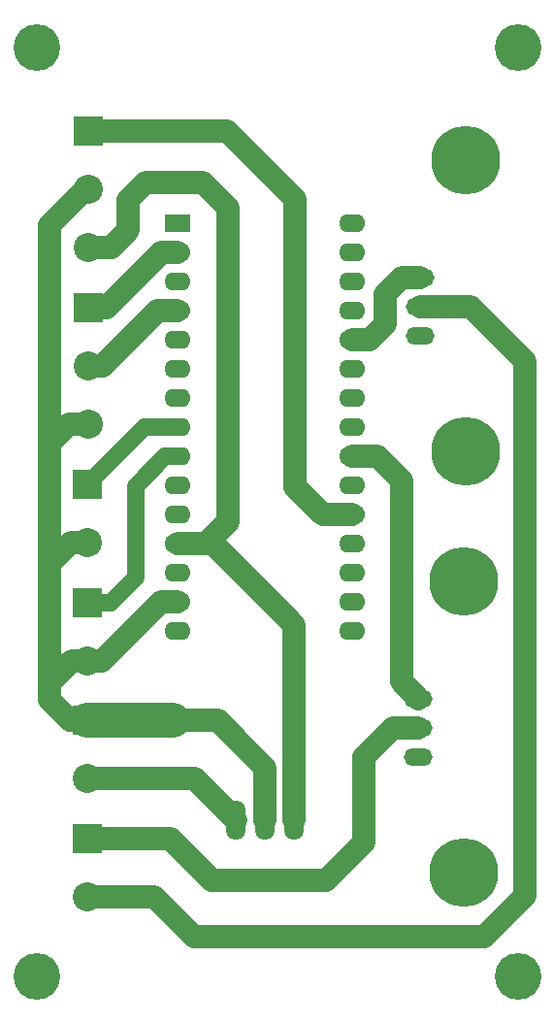
<source format=gbr>
G04 #@! TF.FileFunction,Copper,L2,Bot,Signal*
%FSLAX46Y46*%
G04 Gerber Fmt 4.6, Leading zero omitted, Abs format (unit mm)*
G04 Created by KiCad (PCBNEW 4.0.4+e1-6308~48~ubuntu16.04.1-stable) date Fri Nov 18 09:56:43 2016*
%MOMM*%
%LPD*%
G01*
G04 APERTURE LIST*
%ADD10C,0.100000*%
%ADD11R,2.540000X2.540000*%
%ADD12C,2.540000*%
%ADD13C,5.999480*%
%ADD14R,2.286000X1.574800*%
%ADD15O,2.286000X1.574800*%
%ADD16O,2.499360X1.501140*%
%ADD17O,1.699260X3.500120*%
%ADD18C,4.064000*%
%ADD19R,1.300000X1.300000*%
%ADD20C,1.300000*%
%ADD21C,0.600000*%
%ADD22C,2.032000*%
%ADD23C,3.048000*%
%ADD24C,1.016000*%
%ADD25C,1.524000*%
G04 APERTURE END LIST*
D10*
D11*
X69461380Y-69062600D03*
D12*
X69461380Y-74142600D03*
D13*
X102278180Y-102958900D03*
X102278180Y-77558900D03*
D14*
X77322680Y-46342300D03*
D15*
X77322680Y-48882300D03*
X77322680Y-51422300D03*
X77322680Y-53962300D03*
X77322680Y-56502300D03*
X77322680Y-59042300D03*
X77322680Y-61582300D03*
X77322680Y-64122300D03*
X77322680Y-66662300D03*
X77322680Y-69202300D03*
X77322680Y-71742300D03*
X77322680Y-74282300D03*
X77322680Y-76822300D03*
X77322680Y-79362300D03*
X77322680Y-81902300D03*
X92562680Y-81902300D03*
X92562680Y-79362300D03*
X92562680Y-76822300D03*
X92562680Y-74282300D03*
X92562680Y-71742300D03*
X92562680Y-69202300D03*
X92562680Y-66662300D03*
X92562680Y-64122300D03*
X92562680Y-61582300D03*
X92562680Y-59042300D03*
X92562680Y-56502300D03*
X92562680Y-53962300D03*
X92562680Y-51422300D03*
X92562680Y-48882300D03*
X92562680Y-46342300D03*
D11*
X69486780Y-53670200D03*
D12*
X69486780Y-58750200D03*
X69486780Y-63830200D03*
D11*
X69423280Y-89687400D03*
D12*
X69423280Y-94767400D03*
D11*
X69486780Y-38227000D03*
D12*
X69486780Y-43307000D03*
X69486780Y-48387000D03*
D16*
X98455480Y-53583840D03*
X98455480Y-51043840D03*
X98455480Y-56123840D03*
X98328480Y-90322400D03*
X98328480Y-87782400D03*
X98328480Y-92862400D03*
D17*
X84942680Y-98348800D03*
X82402680Y-98348800D03*
X87482680Y-98348800D03*
D13*
X102417880Y-40805100D03*
X102417880Y-66205100D03*
D18*
X107000000Y-31000000D03*
X107000000Y-112000000D03*
X65000000Y-112000000D03*
X65000000Y-31000000D03*
D19*
X87508080Y-91363800D03*
D20*
X82508080Y-91363800D03*
D11*
X69435980Y-79387700D03*
D12*
X69435980Y-84467700D03*
D11*
X69410580Y-100025200D03*
D12*
X69410580Y-105105200D03*
D21*
X76906120Y-89682320D03*
X69435980Y-79387700D03*
D22*
X69435980Y-84467700D02*
X68054220Y-84467700D01*
X68054220Y-84467700D02*
X66133980Y-86387940D01*
X77322680Y-79362300D02*
X75849480Y-79362300D01*
X75849480Y-79362300D02*
X70744080Y-84467700D01*
X70744080Y-84467700D02*
X69435980Y-84467700D01*
X69423280Y-89687400D02*
X67932300Y-89687400D01*
X67932300Y-89687400D02*
X66133980Y-87889080D01*
X66133980Y-87889080D02*
X66133980Y-86387940D01*
X66133980Y-86387940D02*
X66133980Y-76009500D01*
D23*
X76901040Y-89687400D02*
X69423280Y-89687400D01*
X76906120Y-89682320D02*
X76901040Y-89687400D01*
D22*
X84942680Y-98348800D02*
X84942680Y-93798400D01*
X84942680Y-93798400D02*
X82508080Y-91363800D01*
D23*
X69435980Y-89674700D02*
X69423280Y-89687400D01*
D22*
X69461380Y-74142600D02*
X68000880Y-74142600D01*
X68000880Y-74142600D02*
X66133980Y-76009500D01*
X69486780Y-63830200D02*
X67823080Y-63830200D01*
X67823080Y-63830200D02*
X66133980Y-65519300D01*
X69435980Y-84467700D02*
X69435980Y-84582000D01*
X69486780Y-43307000D02*
X69296280Y-43307000D01*
X69296280Y-43307000D02*
X66133980Y-46469300D01*
X66133980Y-46469300D02*
X66133980Y-65519300D01*
X66133980Y-65519300D02*
X66133980Y-76009500D01*
X69435980Y-89674700D02*
X69423280Y-89687400D01*
X69423280Y-89687400D02*
X80831680Y-89687400D01*
X80831680Y-89687400D02*
X82508080Y-91363800D01*
X69486780Y-63830200D02*
X69126100Y-63830200D01*
D24*
X69486780Y-63830200D02*
X69080380Y-63830200D01*
X98470720Y-56139080D02*
X98455480Y-56123840D01*
X98407220Y-92783660D02*
X98328480Y-92862400D01*
D22*
X98328480Y-90322400D02*
X96093280Y-90322400D01*
X96093280Y-90322400D02*
X93553280Y-92862400D01*
X93553280Y-92862400D02*
X93553280Y-100291900D01*
X93553280Y-100291900D02*
X90238580Y-103606600D01*
X90238580Y-103606600D02*
X80307180Y-103606600D01*
X80307180Y-103606600D02*
X76725780Y-100025200D01*
X76725780Y-100025200D02*
X69410580Y-100025200D01*
X77322680Y-48882300D02*
X75900280Y-48882300D01*
X71112380Y-53670200D02*
X69486780Y-53670200D01*
X75900280Y-48882300D02*
X71112380Y-53670200D01*
D24*
X77299820Y-48905160D02*
X77322680Y-48882300D01*
D22*
X77322680Y-53962300D02*
X75570080Y-53962300D01*
X70782180Y-58750200D02*
X69486780Y-58750200D01*
X75570080Y-53962300D02*
X70782180Y-58750200D01*
D24*
X77299820Y-53985160D02*
X77322680Y-53962300D01*
D25*
X77322680Y-64122300D02*
X74401680Y-64122300D01*
X74401680Y-64122300D02*
X69461380Y-69062600D01*
X69461380Y-69062600D02*
X69537580Y-69062600D01*
D22*
X69486780Y-38227000D02*
X81627980Y-38227000D01*
X89984580Y-71742300D02*
X92562680Y-71742300D01*
X87584280Y-69342000D02*
X89984580Y-71742300D01*
X87584280Y-44183300D02*
X87584280Y-69342000D01*
X81627980Y-38227000D02*
X87584280Y-44183300D01*
X69486780Y-48387000D02*
X71556880Y-48387000D01*
X71556880Y-48387000D02*
X73004680Y-46939200D01*
X73004680Y-46939200D02*
X73004680Y-44272200D01*
X73004680Y-44272200D02*
X74515980Y-42760900D01*
X74515980Y-42760900D02*
X79494380Y-42760900D01*
X79494380Y-42760900D02*
X81716880Y-44983400D01*
X81716880Y-44983400D02*
X81716880Y-72364600D01*
X81716880Y-72364600D02*
X80129380Y-73952100D01*
X87508080Y-91363800D02*
X87508080Y-81330800D01*
X87508080Y-81330800D02*
X80129380Y-73952100D01*
X87482680Y-98348800D02*
X87482680Y-91389200D01*
X87482680Y-91389200D02*
X87508080Y-91363800D01*
X87457280Y-98374200D02*
X87482680Y-98348800D01*
X80129380Y-73952100D02*
X79799180Y-74282300D01*
X79799180Y-74282300D02*
X77322680Y-74282300D01*
D24*
X87482680Y-98348800D02*
X87482680Y-99110800D01*
D22*
X92562680Y-56502300D02*
X94048580Y-56502300D01*
X96878140Y-51043840D02*
X98455480Y-51043840D01*
X95445580Y-52476400D02*
X96878140Y-51043840D01*
X95445580Y-55105300D02*
X95445580Y-52476400D01*
X94048580Y-56502300D02*
X95445580Y-55105300D01*
X92562680Y-66662300D02*
X94772480Y-66662300D01*
X96842580Y-86296500D02*
X98328480Y-87782400D01*
X96842580Y-68732400D02*
X96842580Y-86296500D01*
X94772480Y-66662300D02*
X96842580Y-68732400D01*
D25*
X76192380Y-66662300D02*
X73639680Y-69215000D01*
X71442580Y-79387700D02*
X69435980Y-79387700D01*
X73639680Y-77190600D02*
X71442580Y-79387700D01*
X73639680Y-69215000D02*
X73639680Y-77190600D01*
X77322680Y-66662300D02*
X76192380Y-66662300D01*
D22*
X98455480Y-53583840D02*
X102915720Y-53583840D01*
X75295760Y-105105200D02*
X69410580Y-105105200D01*
X78740000Y-108549440D02*
X75295760Y-105105200D01*
X104068880Y-108549440D02*
X78740000Y-108549440D01*
X107629960Y-104988360D02*
X104068880Y-108549440D01*
X107629960Y-58298080D02*
X107629960Y-104988360D01*
X102915720Y-53583840D02*
X107629960Y-58298080D01*
X69423280Y-94767400D02*
X78821280Y-94767400D01*
X78821280Y-94767400D02*
X82402680Y-98348800D01*
D25*
X82377280Y-98323400D02*
X82402680Y-98348800D01*
M02*

</source>
